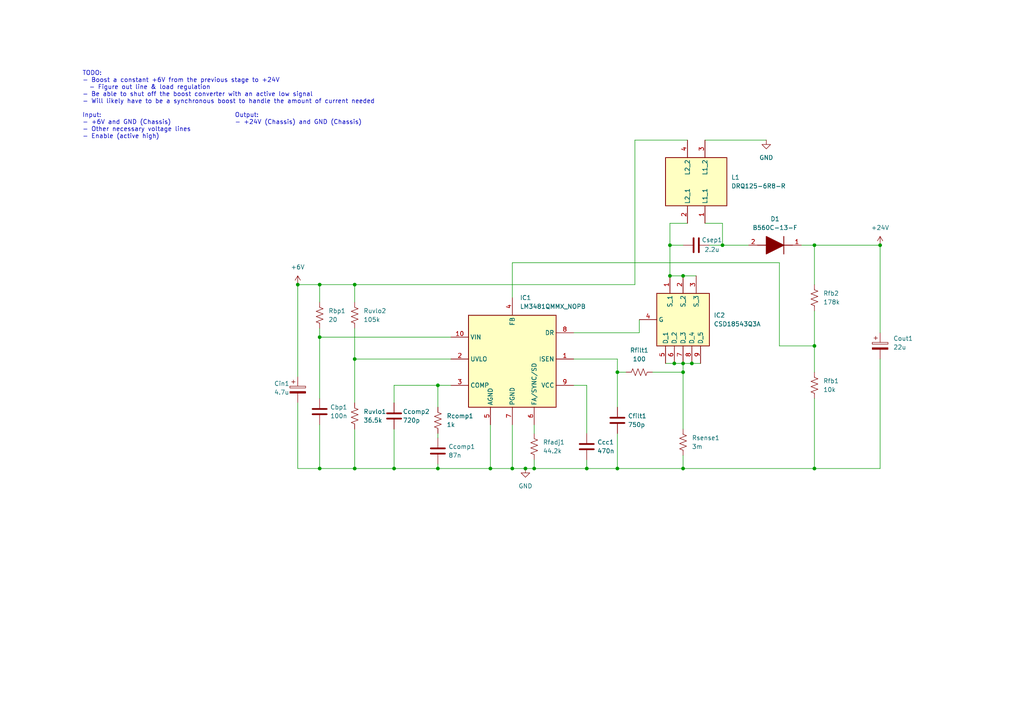
<source format=kicad_sch>
(kicad_sch (version 20250114) (generator "eeschema") (generator_version "9.0")
  (paper "A4")
  (title_block (title "Output Boost (Stage 2)") (date "2025-02-12") (rev "1") (company "UT Robomaster") (comment 1 "Robomaster"))
  (lib_symbols
    (symbol "Device:C" (pin_numbers (hide yes)) (pin_names (offset 0.254))
      (property "Reference" "C" (at 0.635 2.54 0))
      (property "Value" "C" (at 0.635 -2.54 0))
      (symbol "C_0_1"
        (polyline (pts (xy -2.032 0.762) (xy 2.032 0.762)) (stroke (width 0.508)))
        (polyline (pts (xy -2.032 -0.762) (xy 2.032 -0.762)) (stroke (width 0.508)))
      )
      (symbol "C_1_1"
        (pin passive line (at 0 3.81 270) (length 2.794) (name "~") (number "1"))
        (pin passive line (at 0 -3.81 90) (length 2.794) (name "~") (number "2"))
      )
    )
    (symbol "Device:C_Polarized" (pin_numbers (hide yes)) (pin_names (offset 0.254))
      (property "Reference" "C" (at 0.635 2.54 0))
      (property "Value" "C_Polarized" (at 0.635 -2.54 0))
      (symbol "C_Polarized_0_1"
        (rectangle (start -2.286 0.508) (end 2.286 1.016))
        (polyline (pts (xy -1.778 2.286) (xy -0.762 2.286)))
        (polyline (pts (xy -1.27 2.794) (xy -1.27 1.778)))
        (rectangle (start 2.286 -0.508) (end -2.286 -1.016) (fill (type outline)))
      )
      (symbol "C_Polarized_1_1"
        (pin passive line (at 0 3.81 270) (length 2.794) (name "~") (number "1"))
        (pin passive line (at 0 -3.81 90) (length 2.794) (name "~") (number "2"))
      )
    )
    (symbol "Device:R_US" (pin_numbers (hide yes)) (pin_names (offset 0))
      (property "Reference" "R" (at 2.54 0 90))
      (property "Value" "R_US" (at -2.54 0 90))
      (symbol "R_US_0_1"
        (polyline (pts (xy 0 2.286) (xy 0 2.54)))
        (polyline (pts (xy 0 2.286) (xy 1.016 1.905) (xy 0 1.524) (xy -1.016 1.143) (xy 0 0.762)))
        (polyline (pts (xy 0 0.762) (xy 1.016 0.381) (xy 0 0) (xy -1.016 -0.381) (xy 0 -0.762)))
        (polyline (pts (xy 0 -0.762) (xy 1.016 -1.143) (xy 0 -1.524) (xy -1.016 -1.905) (xy 0 -2.286)))
        (polyline (pts (xy 0 -2.286) (xy 0 -2.54)))
      )
      (symbol "R_US_1_1"
        (pin passive line (at 0 3.81 270) (length 1.27) (name "~") (number "1"))
        (pin passive line (at 0 -3.81 90) (length 1.27) (name "~") (number "2"))
      )
    )
    (symbol "boost2:B560C-13-F" (pin_names (hide yes))
      (property "Reference" "D" (at 11.43 5.08 0))
      (property "Value" "B560C-13-F" (at 11.43 2.54 0))
      (symbol "B560C-13-F_1_1"
        (polyline (pts (xy 2.54 0) (xy 5.08 0)) (stroke (width 0.254)))
        (polyline (pts (xy 5.08 2.54) (xy 5.08 -2.54)) (stroke (width 0.254)))
        (polyline (pts (xy 5.08 0) (xy 10.16 2.54) (xy 10.16 -2.54) (xy 5.08 0)) (stroke (width 0.254)) (fill (type outline)))
        (polyline (pts (xy 10.16 0) (xy 12.7 0)) (stroke (width 0.254)))
        (pin passive line (at 0 0 0) (length 2.54) (name "K") (number "1"))
        (pin passive line (at 15.24 0 180) (length 2.54) (name "A") (number "2"))
      )
    )
    (symbol "boost2:CSD18543Q3A"
      (property "Reference" "IC" (at 21.59 7.62 0))
      (property "Value" "CSD18543Q3A" (at 21.59 5.08 0))
      (symbol "CSD18543Q3A_1_1"
        (rectangle (start 5.08 2.54) (end 20.32 -12.7) (stroke (width 0.254)) (fill (type background)))
        (pin passive line (at 0 -5.08 0) (length 5.08) (name "G") (number "4"))
        (pin passive line (at 7.62 -17.78 90) (length 5.08) (name "D_1") (number "5"))
        (pin passive line (at 8.89 7.62 270) (length 5.08) (name "S_1") (number "1"))
        (pin passive line (at 10.16 -17.78 90) (length 5.08) (name "D_2") (number "6"))
        (pin passive line (at 12.7 7.62 270) (length 5.08) (name "S_2") (number "2"))
        (pin passive line (at 12.7 -17.78 90) (length 5.08) (name "D_3") (number "7"))
        (pin passive line (at 15.24 -17.78 90) (length 5.08) (name "D_4") (number "8"))
        (pin passive line (at 16.51 7.62 270) (length 5.08) (name "S_3") (number "3"))
        (pin passive line (at 17.78 -17.78 90) (length 5.08) (name "D_5") (number "9"))
      )
    )
    (symbol "boost2:DRQ125-6R8-R"
      (property "Reference" "L" (at 24.13 7.62 0))
      (property "Value" "DRQ125-6R8-R" (at 24.13 5.08 0))
      (symbol "DRQ125-6R8-R_1_1"
        (rectangle (start 5.08 8.89) (end 22.86 -5.08) (stroke (width 0.254)) (fill (type background)))
        (pin passive line (at 11.43 13.97 270) (length 5.08) (name "L2_2") (number "4"))
        (pin passive line (at 11.43 -10.16 90) (length 5.08) (name "L2_1") (number "2"))
        (pin passive line (at 16.51 13.97 270) (length 5.08) (name "L1_2") (number "3"))
        (pin passive line (at 16.51 -10.16 90) (length 5.08) (name "L1_1") (number "1"))
      )
    )
    (symbol "boost2:LM3481QMMX_NOPB"
      (property "Reference" "IC" (at 31.75 7.62 0))
      (property "Value" "LM3481QMMX_NOPB" (at 31.75 5.08 0))
      (symbol "LM3481QMMX_NOPB_1_1"
        (rectangle (start 5.08 3.81) (end 30.48 -22.86) (stroke (width 0.254)) (fill (type background)))
        (pin passive line (at 0 -2.54 0) (length 5.08) (name "VIN") (number "10"))
        (pin passive line (at 0 -8.89 0) (length 5.08) (name "UVLO") (number "2"))
        (pin passive line (at 0 -16.51 0) (length 5.08) (name "COMP") (number "3"))
        (pin passive line (at 11.43 -27.94 90) (length 5.08) (name "AGND") (number "5"))
        (pin passive line (at 17.78 8.89 270) (length 5.08) (name "FB") (number "4"))
        (pin passive line (at 17.78 -27.94 90) (length 5.08) (name "PGND") (number "7"))
        (pin passive line (at 24.13 -27.94 90) (length 5.08) (name "FA/SYNC/SD") (number "6"))
        (pin passive line (at 35.56 -1.27 180) (length 5.08) (name "DR") (number "8"))
        (pin passive line (at 35.56 -8.89 180) (length 5.08) (name "ISEN") (number "1"))
        (pin passive line (at 35.56 -16.51 180) (length 5.08) (name "VCC") (number "9"))
      )
    )
    (symbol "power:+24V" (power) (pin_numbers (hide yes)) (pin_names (offset 0) (hide yes))
      (property "Value" "+24V" (at 0 3.556 0))
      (symbol "+24V_0_1"
        (polyline (pts (xy -0.762 1.27) (xy 0 2.54)))
        (polyline (pts (xy 0 2.54) (xy 0.762 1.27)))
        (polyline (pts (xy 0 0) (xy 0 2.54)))
      )
      (symbol "+24V_1_1"
        (pin power_in line (at 0 0 90) (length 0) (name "~") (number "1"))
      )
    )
    (symbol "power:+6V" (power) (pin_numbers (hide yes)) (pin_names (offset 0) (hide yes))
      (property "Value" "+6V" (at 0 3.556 0))
      (symbol "+6V_0_1"
        (polyline (pts (xy -0.762 1.27) (xy 0 2.54)))
        (polyline (pts (xy 0 2.54) (xy 0.762 1.27)))
        (polyline (pts (xy 0 0) (xy 0 2.54)))
      )
      (symbol "+6V_1_1"
        (pin power_in line (at 0 0 90) (length 0) (name "~") (number "1"))
      )
    )
    (symbol "power:GND" (power) (pin_numbers (hide yes)) (pin_names (offset 0) (hide yes))
      (property "Value" "GND" (at 0 -3.81 0))
      (symbol "GND_0_1"
        (polyline (pts (xy 0 0) (xy 0 -1.27) (xy 1.27 -1.27) (xy 0 -2.54) (xy -1.27 -1.27) (xy 0 -1.27)))
      )
      (symbol "GND_1_1"
        (pin power_in line (at 0 0 270) (length 0) (name "~") (number "1"))
      )
    )
  )
  (text "Input:\n- +6V and GND (Chassis)\n- Other necessary voltage lines\n- Enable (active high)" (at 23.876 32.766 0) (effects (font (size 1.27 1.27)) (justify left top)))
  (text "Output:\n- +24V (Chassis) and GND (Chassis)" (at 68.072 32.766 0) (effects (font (size 1.27 1.27)) (justify left top)))
  (text "TODO:\n- Boost a constant +6V from the previous stage to +24V\n  - Figure out line & load regulation\n- Be able to shut off the boost converter with an active low signal\n- Will likely have to be a synchronous boost to handle the amount of current needed" (at 23.876 20.574 0) (effects (font (size 1.27 1.27)) (justify left top)))
  (junction (at 127 111.76))
  (junction (at 255.27 71.12))
  (junction (at 200.66 105.41))
  (junction (at 236.22 100.33))
  (junction (at 195.58 105.41))
  (junction (at 170.18 135.89))
  (junction (at 154.94 135.89))
  (junction (at 198.12 135.89))
  (junction (at 92.71 82.55))
  (junction (at 148.59 135.89))
  (junction (at 92.71 97.79))
  (junction (at 179.07 135.89))
  (junction (at 198.12 107.95))
  (junction (at 102.87 104.14))
  (junction (at 236.22 71.12))
  (junction (at 209.55 71.12))
  (junction (at 127 135.89))
  (junction (at 179.07 107.95))
  (junction (at 194.31 80.01))
  (junction (at 114.3 135.89))
  (junction (at 194.31 71.12))
  (junction (at 102.87 82.55))
  (junction (at 198.12 80.01))
  (junction (at 152.4 135.89))
  (junction (at 86.36 82.55))
  (junction (at 142.24 135.89))
  (junction (at 198.12 105.41))
  (junction (at 92.71 135.89))
  (junction (at 236.22 135.89))
  (junction (at 102.87 135.89))
  (wire (pts (xy 217.17 71.12) (xy 209.55 71.12)))
  (wire (pts (xy 170.18 133.35) (xy 170.18 135.89)))
  (wire (pts (xy 198.12 71.12) (xy 194.31 71.12)))
  (wire (pts (xy 148.59 135.89) (xy 142.24 135.89)))
  (wire (pts (xy 166.37 111.76) (xy 170.18 111.76)))
  (wire (pts (xy 127 135.89) (xy 127 134.62)))
  (wire (pts (xy 236.22 135.89) (xy 236.22 115.57)))
  (wire (pts (xy 198.12 80.01) (xy 194.31 80.01)))
  (wire (pts (xy 86.36 82.55) (xy 92.71 82.55)))
  (wire (pts (xy 166.37 104.14) (xy 179.07 104.14)))
  (wire (pts (xy 114.3 116.84) (xy 114.3 111.76)))
  (wire (pts (xy 236.22 71.12) (xy 236.22 82.55)))
  (wire (pts (xy 92.71 135.89) (xy 102.87 135.89)))
  (wire (pts (xy 236.22 135.89) (xy 198.12 135.89)))
  (wire (pts (xy 198.12 124.46) (xy 198.12 107.95)))
  (wire (pts (xy 181.61 107.95) (xy 179.07 107.95)))
  (wire (pts (xy 102.87 104.14) (xy 102.87 116.84)))
  (wire (pts (xy 92.71 82.55) (xy 102.87 82.55)))
  (wire (pts (xy 222.25 40.64) (xy 204.47 40.64)))
  (wire (pts (xy 130.81 97.79) (xy 92.71 97.79)))
  (wire (pts (xy 209.55 64.77) (xy 209.55 71.12)))
  (wire (pts (xy 194.31 71.12) (xy 194.31 64.77)))
  (wire (pts (xy 226.06 76.2) (xy 226.06 100.33)))
  (wire (pts (xy 194.31 64.77) (xy 199.39 64.77)))
  (wire (pts (xy 102.87 135.89) (xy 114.3 135.89)))
  (wire (pts (xy 236.22 100.33) (xy 236.22 107.95)))
  (wire (pts (xy 114.3 124.46) (xy 114.3 135.89)))
  (wire (pts (xy 179.07 135.89) (xy 198.12 135.89)))
  (wire (pts (xy 255.27 71.12) (xy 255.27 96.52)))
  (wire (pts (xy 200.66 105.41) (xy 203.2 105.41)))
  (wire (pts (xy 179.07 107.95) (xy 179.07 118.11)))
  (wire (pts (xy 102.87 82.55) (xy 184.15 82.55)))
  (wire (pts (xy 130.81 104.14) (xy 102.87 104.14)))
  (wire (pts (xy 170.18 111.76) (xy 170.18 125.73)))
  (wire (pts (xy 185.42 92.71) (xy 185.42 96.52)))
  (wire (pts (xy 142.24 123.19) (xy 142.24 135.89)))
  (wire (pts (xy 86.36 116.84) (xy 86.36 135.89)))
  (wire (pts (xy 92.71 95.25) (xy 92.71 97.79)))
  (wire (pts (xy 152.4 135.89) (xy 148.59 135.89)))
  (wire (pts (xy 154.94 133.35) (xy 154.94 135.89)))
  (wire (pts (xy 154.94 123.19) (xy 154.94 125.73)))
  (wire (pts (xy 236.22 90.17) (xy 236.22 100.33)))
  (wire (pts (xy 102.87 95.25) (xy 102.87 104.14)))
  (wire (pts (xy 154.94 135.89) (xy 152.4 135.89)))
  (wire (pts (xy 114.3 135.89) (xy 127 135.89)))
  (wire (pts (xy 198.12 135.89) (xy 198.12 132.08)))
  (wire (pts (xy 92.71 135.89) (xy 92.71 123.19)))
  (wire (pts (xy 114.3 111.76) (xy 127 111.76)))
  (wire (pts (xy 102.87 87.63) (xy 102.87 82.55)))
  (wire (pts (xy 86.36 109.22) (xy 86.36 82.55)))
  (wire (pts (xy 127 118.11) (xy 127 111.76)))
  (wire (pts (xy 170.18 135.89) (xy 154.94 135.89)))
  (wire (pts (xy 209.55 71.12) (xy 205.74 71.12)))
  (wire (pts (xy 148.59 86.36) (xy 148.59 76.2)))
  (wire (pts (xy 232.41 71.12) (xy 236.22 71.12)))
  (wire (pts (xy 201.93 80.01) (xy 198.12 80.01)))
  (wire (pts (xy 193.04 105.41) (xy 195.58 105.41)))
  (wire (pts (xy 198.12 105.41) (xy 200.66 105.41)))
  (wire (pts (xy 199.39 40.64) (xy 184.15 40.64)))
  (wire (pts (xy 179.07 125.73) (xy 179.07 135.89)))
  (wire (pts (xy 236.22 135.89) (xy 255.27 135.89)))
  (wire (pts (xy 194.31 80.01) (xy 194.31 71.12)))
  (wire (pts (xy 184.15 40.64) (xy 184.15 82.55)))
  (wire (pts (xy 179.07 104.14) (xy 179.07 107.95)))
  (wire (pts (xy 148.59 76.2) (xy 226.06 76.2)))
  (wire (pts (xy 195.58 105.41) (xy 198.12 105.41)))
  (wire (pts (xy 148.59 123.19) (xy 148.59 135.89)))
  (wire (pts (xy 86.36 135.89) (xy 92.71 135.89)))
  (wire (pts (xy 92.71 97.79) (xy 92.71 115.57)))
  (wire (pts (xy 189.23 107.95) (xy 198.12 107.95)))
  (wire (pts (xy 185.42 96.52) (xy 166.37 96.52)))
  (wire (pts (xy 127 111.76) (xy 130.81 111.76)))
  (wire (pts (xy 102.87 124.46) (xy 102.87 135.89)))
  (wire (pts (xy 142.24 135.89) (xy 127 135.89)))
  (wire (pts (xy 226.06 100.33) (xy 236.22 100.33)))
  (wire (pts (xy 92.71 82.55) (xy 92.71 87.63)))
  (wire (pts (xy 127 125.73) (xy 127 127)))
  (wire (pts (xy 204.47 64.77) (xy 209.55 64.77)))
  (wire (pts (xy 170.18 135.89) (xy 179.07 135.89)))
  (wire (pts (xy 255.27 135.89) (xy 255.27 104.14)))
  (wire (pts (xy 198.12 105.41) (xy 198.12 107.95)))
  (wire (pts (xy 236.22 71.12) (xy 255.27 71.12)))
  (symbol (lib_id "Device:R_US") (at 236.22 86.36 0) (unit 1)
    (property "Reference" "Rfb2" (at 238.76 85.0899 0) (effects (justify left)))
    (property "Value" "178k" (at 238.76 87.6299 0) (effects (justify left)))
    (property "Description" "Resistor, US symbol" (effects (hide yes)))
  )
  (symbol (lib_id "Device:C") (at 201.93 71.12 90) (unit 1)
    (property "Reference" "Csep1" (at 206.502 69.596 90))
    (property "Value" "2.2u" (at 206.502 72.39 90))
    (property "Description" "Unpolarized capacitor" (effects (hide yes)))
  )
  (symbol (lib_id "Device:C") (at 179.07 121.92 0) (unit 1)
    (property "Reference" "Cfilt1" (at 182.118 120.65 0) (effects (justify left)))
    (property "Value" "750p" (at 182.118 123.19 0) (effects (justify left)))
    (property "Description" "Unpolarized capacitor" (effects (hide yes)))
  )
  (symbol (lib_id "Device:C") (at 92.71 119.38 0) (unit 1)
    (property "Reference" "Cbp1" (at 95.758 118.11 0) (effects (justify left)))
    (property "Value" "100n" (at 95.758 120.65 0) (effects (justify left)))
    (property "Description" "Unpolarized capacitor" (effects (hide yes)))
  )
  (symbol (lib_id "Device:C_Polarized") (at 86.36 113.03 0) (unit 1)
    (property "Reference" "Cin1" (at 79.502 111.252 0) (effects (justify left)))
    (property "Value" "4.7u" (at 79.502 113.792 0) (effects (justify left)))
    (property "Description" "Polarized capacitor" (effects (hide yes)))
  )
  (symbol (lib_id "Device:R_US") (at 102.87 91.44 0) (unit 1)
    (property "Reference" "Ruvlo2" (at 105.41 90.1699 0) (effects (justify left)))
    (property "Value" "105k" (at 105.41 92.7099 0) (effects (justify left)))
    (property "Description" "Resistor, US symbol" (effects (hide yes)))
  )
  (symbol (lib_id "Device:R_US") (at 185.42 107.95 90) (unit 1)
    (property "Reference" "Rfilt1" (at 185.42 101.6 90))
    (property "Value" "100" (at 185.42 104.14 90))
    (property "Description" "Resistor, US symbol" (effects (hide yes)))
  )
  (symbol (lib_id "boost2:B560C-13-F") (at 232.41 71.12 180) (unit 1)
    (property "Reference" "D1" (at 224.79 63.5 0))
    (property "Value" "B560C-13-F" (at 224.79 66.04 0))
    (property "Datasheet" "https://datasheet.lcsc.com/szlcsc/Diodes-Incorporated-B560C-13-F_C85100.pdf" (effects (hide yes)))
    (property "Description" "Schottky Diodes & Rectifiers 60V 5A" (effects (hide yes)))
    (property "Height" "2.5" (effects (hide yes)))
    (property "Mouser Part Number" "621-B560C-F" (effects (hide yes)))
    (property "Mouser Price/Stock" "https://www.mouser.co.uk/ProductDetail/Diodes-Incorporated/B560C-13-F?qs=OC0R%252Bhozcm%252BAsjMXklZLIw%3D%3D" (effects (hide yes)))
    (property "Manufacturer_Name" "Diodes Incorporated" (effects (hide yes)))
    (property "Manufacturer_Part_Number" "B560C-13-F" (effects (hide yes)))
  )
  (symbol (lib_id "power:GND") (at 152.4 135.89 0) (unit 1)
    (property "Reference" "#PWR01" (effects (hide yes)))
    (property "Value" "GND" (at 152.4 140.97 0))
    (property "Description" "Power symbol creates a global label with name \"GND\" , ground" (effects (hide yes)))
  )
  (symbol (lib_id "power:+6V") (at 86.36 82.55 0) (unit 1)
    (property "Reference" "#PWR03" (effects (hide yes)))
    (property "Value" "+6V" (at 86.36 77.47 0))
    (property "Description" "Power symbol creates a global label with name \"+6V\"" (effects (hide yes)))
  )
  (symbol (lib_id "power:+24V") (at 255.27 71.12 0) (unit 1)
    (property "Reference" "#PWR04" (effects (hide yes)))
    (property "Value" "+24V" (at 255.27 66.04 0))
    (property "Description" "Power symbol creates a global label with name \"+24V\"" (effects (hide yes)))
  )
  (symbol (lib_id "Device:C") (at 170.18 129.54 0) (unit 1)
    (property "Reference" "Ccc1" (at 173.228 128.27 0) (effects (justify left)))
    (property "Value" "470n" (at 173.228 130.81 0) (effects (justify left)))
    (property "Description" "Unpolarized capacitor" (effects (hide yes)))
  )
  (symbol (lib_id "boost2:CSD18543Q3A") (at 185.42 87.63 0) (unit 1)
    (property "Reference" "IC2" (at 207.01 91.4399 0) (effects (justify left)))
    (property "Value" "CSD18543Q3A" (at 207.01 93.9799 0) (effects (justify left)))
    (property "Datasheet" "https://www.arrow.com/en/products/csd18543q3a/texas-instruments?region=nac" (effects (hide yes)))
    (property "Description" "Trans MOSFET N-CH Si 60V 35A 8-Pin VSONP EP T/R" (effects (hide yes)))
    (property "Height" "0.9" (effects (hide yes)))
    (property "Mouser Part Number" "595-CSD18543Q3A" (effects (hide yes)))
    (property "Mouser Price/Stock" "https://www.mouser.co.uk/ProductDetail/Texas-Instruments/CSD18543Q3A?qs=34RfhUjJmKdfuflvn5YUjA%3D%3D" (effects (hide yes)))
    (property "Manufacturer_Name" "Texas Instruments" (effects (hide yes)))
    (property "Manufacturer_Part_Number" "CSD18543Q3A" (effects (hide yes)))
  )
  (symbol (lib_id "boost2:LM3481QMMX_NOPB") (at 130.81 95.25 0) (unit 1)
    (property "Reference" "IC1" (at 150.7841 86.36 0) (effects (justify left)))
    (property "Value" "LM3481QMMX_NOPB" (at 150.7841 88.9 0) (effects (justify left)))
    (property "Datasheet" "http://www.ti.com/lit/gpn/lm3481-q1" (effects (hide yes)))
    (property "Description" "48V Wide Vin High-Efficiency Controller for Boost, SEPIC and Flyback DC-DC Converters" (effects (hide yes)))
    (property "Height" "1.1" (effects (hide yes)))
    (property "Mouser Part Number" "926-LM3481QMMX/NOPB" (effects (hide yes)))
    (property "Mouser Price/Stock" "https://www.mouser.co.uk/ProductDetail/Texas-Instruments/LM3481QMMX-NOPB?qs=8BDZloOR%252BZE5%2FtFknMmJWg%3D%3D" (effects (hide yes)))
    (property "Manufacturer_Name" "Texas Instruments" (effects (hide yes)))
    (property "Manufacturer_Part_Number" "LM3481QMMX/NOPB" (effects (hide yes)))
  )
  (symbol (lib_id "Device:R_US") (at 198.12 128.27 0) (unit 1)
    (property "Reference" "Rsense1" (at 200.66 126.9999 0) (effects (justify left)))
    (property "Value" "3m" (at 200.66 129.5399 0) (effects (justify left)))
    (property "Description" "Resistor, US symbol" (effects (hide yes)))
  )
  (symbol (lib_id "Device:R_US") (at 102.87 120.65 0) (unit 1)
    (property "Reference" "Ruvlo1" (at 105.41 119.3799 0) (effects (justify left)))
    (property "Value" "36.5k" (at 105.41 121.9199 0) (effects (justify left)))
    (property "Description" "Resistor, US symbol" (effects (hide yes)))
  )
  (symbol (lib_id "Device:R_US") (at 92.71 91.44 0) (unit 1)
    (property "Reference" "Rbp1" (at 95.25 90.1699 0) (effects (justify left)))
    (property "Value" "20" (at 95.25 92.7099 0) (effects (justify left)))
    (property "Description" "Resistor, US symbol" (effects (hide yes)))
  )
  (symbol (lib_id "boost2:DRQ125-6R8-R") (at 187.96 54.61 0) (unit 1)
    (property "Reference" "L1" (at 212.09 51.4349 0) (effects (justify left)))
    (property "Value" "DRQ125-6R8-R" (at 212.09 53.9749 0) (effects (justify left)))
    (property "Datasheet" "https://www.arrow.com/en/products/drq125-6r8-r/eaton" (effects (hide yes)))
    (property "Description" "Coupled Inductors" (effects (hide yes)))
    (property "Height" "6" (effects (hide yes)))
    (property "Mouser Part Number" "704-DRQ125-6R8-R" (effects (hide yes)))
    (property "Mouser Price/Stock" "https://www.mouser.co.uk/ProductDetail/Eaton-Electronics/DRQ125-6R8-R?qs=yzwxPInThYR4uozA737ypA%3D%3D" (effects (hide yes)))
    (property "Manufacturer_Name" "Eaton" (effects (hide yes)))
    (property "Manufacturer_Part_Number" "DRQ125-6R8-R" (effects (hide yes)))
  )
  (symbol (lib_id "power:GND") (at 222.25 40.64 0) (unit 1)
    (property "Reference" "#PWR02" (effects (hide yes)))
    (property "Value" "GND" (at 222.25 45.72 0))
    (property "Description" "Power symbol creates a global label with name \"GND\" , ground" (effects (hide yes)))
  )
  (symbol (lib_id "Device:R_US") (at 127 121.92 0) (unit 1)
    (property "Reference" "Rcomp1" (at 129.54 120.6499 0) (effects (justify left)))
    (property "Value" "1k" (at 129.54 123.1899 0) (effects (justify left)))
    (property "Description" "Resistor, US symbol" (effects (hide yes)))
  )
  (symbol (lib_id "Device:C") (at 127 130.81 0) (unit 1)
    (property "Reference" "Ccomp1" (at 130.048 129.54 0) (effects (justify left)))
    (property "Value" "87n" (at 130.048 132.08 0) (effects (justify left)))
    (property "Description" "Unpolarized capacitor" (effects (hide yes)))
  )
  (symbol (lib_id "Device:R_US") (at 154.94 129.54 0) (unit 1)
    (property "Reference" "Rfadj1" (at 157.48 128.2699 0) (effects (justify left)))
    (property "Value" "44.2k" (at 157.48 130.8099 0) (effects (justify left)))
    (property "Description" "Resistor, US symbol" (effects (hide yes)))
  )
  (symbol (lib_id "Device:R_US") (at 236.22 111.76 0) (unit 1)
    (property "Reference" "Rfb1" (at 238.76 110.4899 0) (effects (justify left)))
    (property "Value" "10k" (at 238.76 113.0299 0) (effects (justify left)))
    (property "Description" "Resistor, US symbol" (effects (hide yes)))
  )
  (symbol (lib_id "Device:C") (at 114.3 120.65 0) (unit 1)
    (property "Reference" "Ccomp2" (at 116.84 119.38 0) (effects (justify left)))
    (property "Value" "720p" (at 116.84 121.92 0) (effects (justify left)))
    (property "Description" "Unpolarized capacitor" (effects (hide yes)))
  )
  (symbol (lib_id "Device:C_Polarized") (at 255.27 100.33 0) (unit 1)
    (property "Reference" "Cout1" (at 259.08 98.1709 0) (effects (justify left)))
    (property "Value" "22u" (at 259.08 100.7109 0) (effects (justify left)))
    (property "Description" "Polarized capacitor" (effects (hide yes)))
  )
)
</source>
